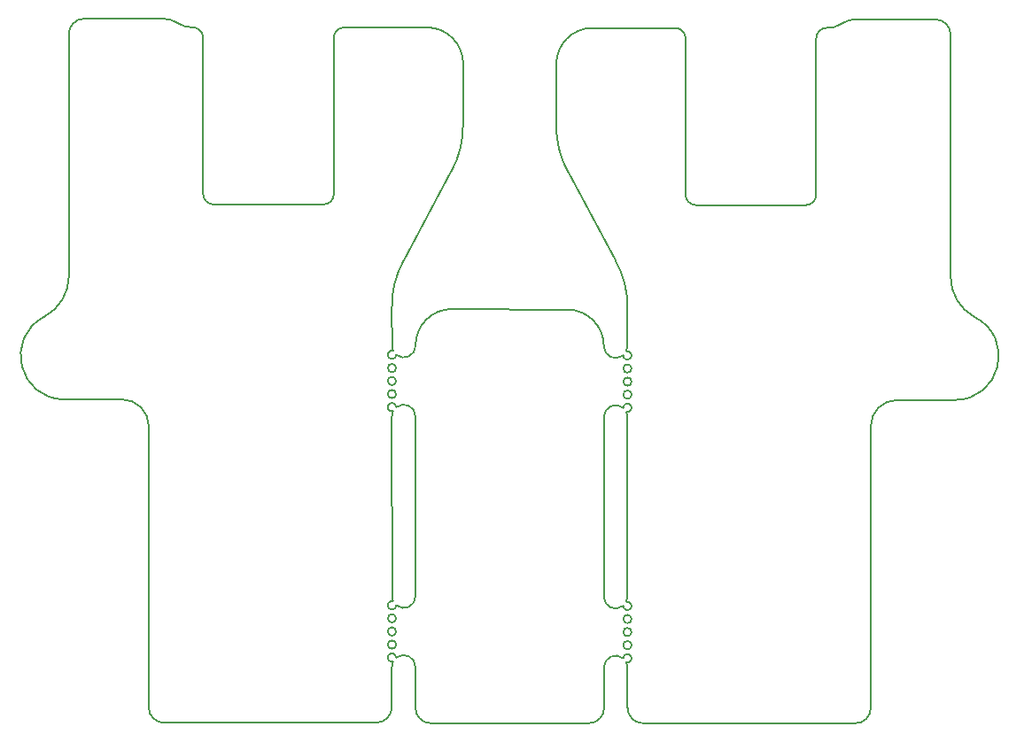
<source format=gbr>
%TF.GenerationSoftware,KiCad,Pcbnew,(6.0.0)*%
%TF.CreationDate,2021-12-31T23:30:31+08:00*%
%TF.ProjectId,adapter,61646170-7465-4722-9e6b-696361645f70,1.1*%
%TF.SameCoordinates,Original*%
%TF.FileFunction,Profile,NP*%
%FSLAX46Y46*%
G04 Gerber Fmt 4.6, Leading zero omitted, Abs format (unit mm)*
G04 Created by KiCad (PCBNEW (6.0.0)) date 2021-12-31 23:30:31*
%MOMM*%
%LPD*%
G01*
G04 APERTURE LIST*
%TA.AperFunction,Profile*%
%ADD10C,0.200000*%
%TD*%
G04 APERTURE END LIST*
D10*
X95889752Y-38639294D02*
X106382645Y-38639294D01*
X112941780Y-52146413D02*
G75*
G03*
X113053858Y-52637883I1124981J-1967D01*
G01*
X135048781Y-82040704D02*
G75*
G03*
X133200005Y-82903929I-723779J-861259D01*
G01*
X161228078Y-57331325D02*
G75*
G03*
X158699200Y-59871331I-8J-2528894D01*
G01*
X135048781Y-58090704D02*
G75*
G03*
X133200005Y-58953929I-723779J-861259D01*
G01*
X106382645Y-38639294D02*
G75*
G03*
X107382645Y-37639294I-3J1000003D01*
G01*
X79719999Y-49366401D02*
G75*
G03*
X81661984Y-57277726I1910613J-3725015D01*
G01*
X92439999Y-21286401D02*
G75*
G03*
X93892893Y-21703507I1354848J1980340D01*
G01*
X129714709Y-48692687D02*
X118665290Y-48639088D01*
X132110000Y-21760000D02*
G75*
G03*
X128646009Y-25277534I564J-3464954D01*
G01*
X157330000Y-20926952D02*
G75*
G03*
X155940000Y-21340000I-60444J-2341949D01*
G01*
X83499999Y-20876401D02*
G75*
G03*
X82049999Y-22346401I19889J-1469754D01*
G01*
X141002893Y-22760000D02*
G75*
G03*
X140002895Y-21760000I-1000001J-1D01*
G01*
X135450867Y-48700000D02*
G75*
G03*
X134300000Y-44000000I-8992203J289025D01*
G01*
X141997354Y-38692893D02*
X152490247Y-38692893D01*
X94892893Y-22703507D02*
G75*
G03*
X93892893Y-21703507I-1000003J-3D01*
G01*
X89691924Y-59817732D02*
G75*
G03*
X87151924Y-57277732I-2540001J-1D01*
G01*
X135438219Y-76150012D02*
X135450000Y-58950000D01*
X135040002Y-77010703D02*
G75*
G03*
X135326141Y-76641482I399744J-14307D01*
G01*
X135336207Y-82408923D02*
G75*
G03*
X135048782Y-82040704I112266J383921D01*
G01*
X135844110Y-79525005D02*
G75*
G03*
X135844110Y-79525005I-400000J0D01*
G01*
X135336207Y-58458923D02*
G75*
G03*
X135048782Y-58090704I112266J383921D01*
G01*
X115179994Y-82850330D02*
G75*
G03*
X113331218Y-81987105I-1124997J1966D01*
G01*
X166330000Y-45530000D02*
G75*
G03*
X168660000Y-49420000I4384924J-16356D01*
G01*
X91156920Y-88195370D02*
X111459800Y-88186001D01*
X113338071Y-78221409D02*
G75*
G03*
X113338071Y-78221409I-400000J0D01*
G01*
X158699200Y-59871331D02*
X158699200Y-86800000D01*
X140002894Y-21760000D02*
X132110000Y-21760000D01*
X113339996Y-53007105D02*
G75*
G03*
X115191776Y-52150339I726780J858731D01*
G01*
X154487106Y-21757106D02*
G75*
G03*
X153487106Y-22757106I3J-1000003D01*
G01*
X116630199Y-88237969D02*
X131769801Y-88237969D01*
X115181230Y-86761848D02*
X115179994Y-82850330D01*
X140997354Y-37692893D02*
G75*
G03*
X141997354Y-38692893I1000003J3D01*
G01*
X116269999Y-21706401D02*
X108377105Y-21706401D01*
X92439999Y-21286401D02*
G75*
G03*
X91049999Y-20873353I-1329543J-1928858D01*
G01*
X161228078Y-57331325D02*
X166718015Y-57331325D01*
X112929132Y-48646401D02*
X112941780Y-52146413D01*
X164880000Y-20930000D02*
X157330000Y-20926952D01*
X113333708Y-80721404D02*
G75*
G03*
X113333708Y-80721404I-400000J0D01*
G01*
X113043792Y-58405325D02*
G75*
G03*
X112929999Y-58896401I1011188J-493036D01*
G01*
X135844110Y-55575005D02*
G75*
G03*
X135844110Y-55575005I-400000J0D01*
G01*
X94889752Y-37639294D02*
X94892893Y-22703507D01*
X133188223Y-76153938D02*
G75*
G03*
X135040003Y-77010704I1124999J1964D01*
G01*
X133188223Y-52203938D02*
G75*
G03*
X135040003Y-53060704I1124999J1964D01*
G01*
X166330000Y-45530000D02*
X166330000Y-22400000D01*
X107382645Y-37639294D02*
X107377105Y-22706401D01*
X119729999Y-30846401D02*
X119743513Y-25217652D01*
X89680799Y-86746401D02*
X89691924Y-59817732D01*
X131769801Y-88237969D02*
G75*
G03*
X133218770Y-86761848I-13576J1462545D01*
G01*
X113331218Y-58037105D02*
G75*
G03*
X113043792Y-58405325I-399692J15702D01*
G01*
X113043792Y-82355325D02*
G75*
G03*
X112929999Y-82846401I1011188J-493036D01*
G01*
X154487106Y-21757106D02*
G75*
G03*
X155940000Y-21340000I98046J2397446D01*
G01*
X119743513Y-25217652D02*
G75*
G03*
X116269999Y-21706401I-3474095J36959D01*
G01*
X114079999Y-43946401D02*
G75*
G03*
X112929132Y-48646401I7841336J-4410975D01*
G01*
X89680799Y-86746401D02*
G75*
G03*
X91156920Y-88195370I1462545J13576D01*
G01*
X166330000Y-22400000D02*
G75*
G03*
X164880000Y-20930000I-1469906J229D01*
G01*
X129800867Y-35600000D02*
X134300000Y-44000000D01*
X113053858Y-52637883D02*
G75*
G03*
X113339997Y-53007104I-113605J-383528D01*
G01*
X133200005Y-82903929D02*
X133218770Y-86761848D01*
X135450000Y-82900000D02*
G75*
G03*
X135336207Y-82408924I-1124981J-1960D01*
G01*
X166718015Y-57331325D02*
G75*
G03*
X168660000Y-49420000I31372J4186310D01*
G01*
X91049999Y-20873353D02*
X83499999Y-20876401D01*
X113339997Y-76957104D02*
G75*
G03*
X115191776Y-76100339I726779J858732D01*
G01*
X153487106Y-22757106D02*
X153490247Y-37692893D01*
X113338071Y-54271409D02*
G75*
G03*
X113338071Y-54271409I-400000J0D01*
G01*
X157223079Y-88248969D02*
G75*
G03*
X158699200Y-86800000I13576J1462545D01*
G01*
X94889752Y-37639294D02*
G75*
G03*
X95889752Y-38639294I1000003J3D01*
G01*
X135450000Y-82900000D02*
X135458200Y-86763479D01*
X135326141Y-76641482D02*
G75*
G03*
X135438219Y-76150012I-1012903J489503D01*
G01*
X128646009Y-25277534D02*
X128650000Y-30900000D01*
X82049999Y-22346401D02*
X82059999Y-45466401D01*
X135846291Y-80775003D02*
G75*
G03*
X135846291Y-80775003I-400000J0D01*
G01*
X135841928Y-78275008D02*
G75*
G03*
X135841928Y-78275008I-400000J0D01*
G01*
X114079999Y-43946401D02*
X118579132Y-35546401D01*
X135438219Y-52200012D02*
X135450867Y-48700000D01*
X115181230Y-86761848D02*
G75*
G03*
X116630199Y-88237969I1462545J-13576D01*
G01*
X113331218Y-81987105D02*
G75*
G03*
X113043792Y-82355325I-399692J15702D01*
G01*
X135458200Y-86763479D02*
G75*
G03*
X136920199Y-88239600I1462462J-13596D01*
G01*
X115179994Y-58900330D02*
G75*
G03*
X113331218Y-58037105I-1124997J1966D01*
G01*
X135846291Y-56825003D02*
G75*
G03*
X135846291Y-56825003I-400000J0D01*
G01*
X79719999Y-49366401D02*
G75*
G03*
X82059999Y-45466401I-2063763J3890258D01*
G01*
X113335889Y-79471406D02*
G75*
G03*
X113335889Y-79471406I-400000J0D01*
G01*
X152490247Y-38692893D02*
G75*
G03*
X153490247Y-37692893I-9J1000009D01*
G01*
X113335889Y-55521406D02*
G75*
G03*
X113335889Y-55521406I-400000J0D01*
G01*
X135326141Y-52691482D02*
G75*
G03*
X135438219Y-52200012I-1012903J489503D01*
G01*
X135450000Y-58950000D02*
G75*
G03*
X135336207Y-58458924I-1124981J-1960D01*
G01*
X112929999Y-58896401D02*
X112941780Y-76096413D01*
X108377104Y-21706401D02*
G75*
G03*
X107377106Y-22706401I3J-1000001D01*
G01*
X133188223Y-52203938D02*
G75*
G03*
X129714709Y-48692687I-3474095J36959D01*
G01*
X118579132Y-35546401D02*
G75*
G03*
X119729999Y-30846401I-7841336J4410975D01*
G01*
X81661984Y-57277726D02*
X87151921Y-57277726D01*
X113333708Y-56771404D02*
G75*
G03*
X113333708Y-56771404I-400000J0D01*
G01*
X128650000Y-30900000D02*
G75*
G03*
X129800867Y-35600000I8992203J-289025D01*
G01*
X135841928Y-54325008D02*
G75*
G03*
X135841928Y-54325008I-400000J0D01*
G01*
X135040002Y-53060703D02*
G75*
G03*
X135326141Y-52691482I399744J-14307D01*
G01*
X141002894Y-22760000D02*
X140997354Y-37692893D01*
X113053858Y-76587883D02*
G75*
G03*
X113339997Y-76957104I-113605J-383528D01*
G01*
X118665290Y-48639088D02*
G75*
G03*
X115191776Y-52150339I562J-3474273D01*
G01*
X115191776Y-76100339D02*
X115179994Y-58900330D01*
X112941780Y-76096413D02*
G75*
G03*
X113053858Y-76587883I1124981J-1967D01*
G01*
X133200005Y-58953929D02*
X133188223Y-76153938D01*
X111459800Y-88186001D02*
G75*
G03*
X112921799Y-86709880I-490J1462552D01*
G01*
X112921799Y-86709880D02*
X112929999Y-82846401D01*
X136920199Y-88239600D02*
X157223079Y-88248969D01*
M02*

</source>
